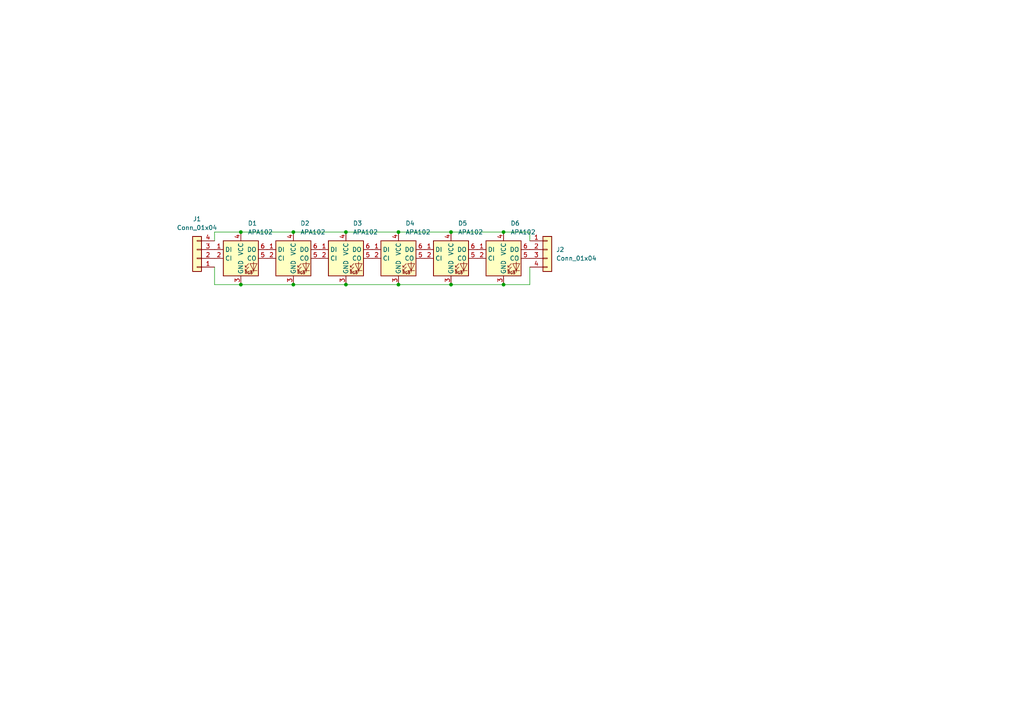
<source format=kicad_sch>
(kicad_sch (version 20211123) (generator eeschema)
  (paper "A4")
  (lib_symbols
    (symbol "Connector_Generic:Conn_01x04" (pin_names (offset 1.016) hide)
      (property "Reference" "J" (at 0 5.08 0))
      (property "Value" "Conn_01x04" (at 0 -7.62 0))
      (symbol "Conn_01x04_1_1"
        (rectangle (start -1.27 -4.953) (end 0 -5.207) (stroke (width 0.1524)))
        (rectangle (start -1.27 -2.413) (end 0 -2.667) (stroke (width 0.1524)))
        (rectangle (start -1.27 0.127) (end 0 -0.127) (stroke (width 0.1524)))
        (rectangle (start -1.27 2.667) (end 0 2.413) (stroke (width 0.1524)))
        (rectangle (start -1.27 3.81) (end 1.27 -6.35) (stroke (width 0.254)) (fill (type background)))
        (pin passive line (at -5.08 2.54 0) (length 3.81) (name "Pin_1") (number "1"))
        (pin passive line (at -5.08 0 0) (length 3.81) (name "Pin_2") (number "2"))
        (pin passive line (at -5.08 -2.54 0) (length 3.81) (name "Pin_3") (number "3"))
        (pin passive line (at -5.08 -5.08 0) (length 3.81) (name "Pin_4") (number "4"))
      )
    )
    (symbol "LED:APA102"
      (property "Reference" "D" (at 5.08 5.715 0))
      (property "Value" "APA102" (at 1.27 -5.715 0))
      (symbol "APA102_0_0"
        (text "RGB" (at 2.286 -4.191 0) (effects (font (size 0.762 0.762))))
      )
      (symbol "APA102_0_1"
        (polyline (pts (xy 1.27 -3.556) (xy 1.778 -3.556)))
        (polyline (pts (xy 1.27 -2.54) (xy 1.778 -2.54)))
        (polyline (pts (xy 4.699 -3.556) (xy 2.667 -3.556)))
        (polyline (pts (xy 2.286 -2.54) (xy 1.27 -3.556) (xy 1.27 -3.048)))
        (polyline (pts (xy 2.286 -1.524) (xy 1.27 -2.54) (xy 1.27 -2.032)))
        (polyline (pts (xy 3.683 -1.016) (xy 3.683 -3.556) (xy 3.683 -4.064)))
        (polyline (pts (xy 4.699 -1.524) (xy 2.667 -1.524) (xy 3.683 -3.556) (xy 4.699 -1.524)))
        (rectangle (start 5.08 5.08) (end -5.08 -5.08) (stroke (width 0.254)) (fill (type background)))
      )
      (symbol "APA102_1_1"
        (pin input line (at -7.62 2.54 0) (length 2.54) (name "DI") (number "1"))
        (pin input line (at -7.62 0 0) (length 2.54) (name "CI") (number "2"))
        (pin power_in line (at 0 -7.62 90) (length 2.54) (name "GND") (number "3"))
        (pin power_in line (at 0 7.62 270) (length 2.54) (name "VCC") (number "4"))
        (pin output line (at 7.62 0 180) (length 2.54) (name "CO") (number "5"))
        (pin output line (at 7.62 2.54 180) (length 2.54) (name "DO") (number "6"))
      )
    )
  )
  (junction (at 115.57 67.31))
  (junction (at 85.09 67.31))
  (junction (at 100.33 67.31))
  (junction (at 146.05 82.55))
  (junction (at 115.57 82.55))
  (junction (at 69.85 82.55))
  (junction (at 146.05 67.31))
  (junction (at 100.33 82.55))
  (junction (at 130.81 67.31))
  (junction (at 69.85 67.31))
  (junction (at 130.81 82.55))
  (junction (at 85.09 82.55))
  (wire (pts (xy 153.67 67.31) (xy 146.05 67.31)))
  (wire (pts (xy 85.09 67.31) (xy 100.33 67.31)))
  (wire (pts (xy 130.81 67.31) (xy 146.05 67.31)))
  (wire (pts (xy 146.05 82.55) (xy 153.67 82.55)))
  (wire (pts (xy 85.09 82.55) (xy 100.33 82.55)))
  (wire (pts (xy 69.85 82.55) (xy 85.09 82.55)))
  (wire (pts (xy 130.81 82.55) (xy 146.05 82.55)))
  (wire (pts (xy 62.23 67.31) (xy 69.85 67.31)))
  (wire (pts (xy 115.57 82.55) (xy 130.81 82.55)))
  (wire (pts (xy 153.67 69.85) (xy 153.67 67.31)))
  (wire (pts (xy 153.67 77.47) (xy 153.67 82.55)))
  (wire (pts (xy 100.33 67.31) (xy 115.57 67.31)))
  (wire (pts (xy 62.23 77.47) (xy 62.23 82.55)))
  (wire (pts (xy 62.23 82.55) (xy 69.85 82.55)))
  (wire (pts (xy 69.85 67.31) (xy 85.09 67.31)))
  (wire (pts (xy 62.23 69.85) (xy 62.23 67.31)))
  (wire (pts (xy 100.33 82.55) (xy 115.57 82.55)))
  (wire (pts (xy 115.57 67.31) (xy 130.81 67.31)))
  (symbol (lib_id "Connector_Generic:Conn_01x04") (at 57.15 74.93 180) (unit 1)
    (property "Reference" "J1" (at 57.15 63.5 0))
    (property "Value" "Conn_01x04" (at 57.15 66.04 0))
    (property "Footprint" "Connector_PinHeader_2.54mm:PinHeader_1x04_P2.54mm_Horizontal" (effects hide))
  )
  (symbol (lib_id "LED:APA102") (at 130.81 74.93 0) (unit 1)
    (property "Reference" "D5" (at 132.8294 64.77 0) (effects (justify left)))
    (property "Value" "APA102" (at 132.8294 67.31 0) (effects (justify left)))
    (property "Footprint" "LED_SMD:LED_RGB_5050-6" (effects hide))
    (property "Datasheet" "http://www.led-color.com/upload/201506/APA102%20LED.pdf" (effects hide))
  )
  (symbol (lib_id "LED:APA102") (at 69.85 74.93 0) (unit 1)
    (property "Reference" "D1" (at 71.8694 64.77 0) (effects (justify left)))
    (property "Value" "APA102" (at 71.8694 67.31 0) (effects (justify left)))
    (property "Footprint" "LED_SMD:LED_RGB_5050-6" (effects hide))
    (property "Datasheet" "http://www.led-color.com/upload/201506/APA102%20LED.pdf" (effects hide))
  )
  (symbol (lib_id "LED:APA102") (at 146.05 74.93 0) (unit 1)
    (property "Reference" "D6" (at 148.0694 64.77 0) (effects (justify left)))
    (property "Value" "APA102" (at 148.0694 67.31 0) (effects (justify left)))
    (property "Footprint" "LED_SMD:LED_RGB_5050-6" (effects hide))
    (property "Datasheet" "http://www.led-color.com/upload/201506/APA102%20LED.pdf" (effects hide))
  )
  (symbol (lib_id "Connector_Generic:Conn_01x04") (at 158.75 72.39 0) (unit 1)
    (property "Reference" "J2" (at 161.29 72.3899 0) (effects (justify left)))
    (property "Value" "Conn_01x04" (at 161.29 74.9299 0) (effects (justify left)))
    (property "Footprint" "Connector_PinHeader_2.54mm:PinHeader_1x04_P2.54mm_Horizontal" (effects hide))
  )
  (symbol (lib_id "LED:APA102") (at 100.33 74.93 0) (unit 1)
    (property "Reference" "D3" (at 102.3494 64.77 0) (effects (justify left)))
    (property "Value" "APA102" (at 102.3494 67.31 0) (effects (justify left)))
    (property "Footprint" "LED_SMD:LED_RGB_5050-6" (effects hide))
    (property "Datasheet" "http://www.led-color.com/upload/201506/APA102%20LED.pdf" (effects hide))
  )
  (symbol (lib_id "LED:APA102") (at 115.57 74.93 0) (unit 1)
    (property "Reference" "D4" (at 117.5894 64.77 0) (effects (justify left)))
    (property "Value" "APA102" (at 117.5894 67.31 0) (effects (justify left)))
    (property "Footprint" "LED_SMD:LED_RGB_5050-6" (effects hide))
    (property "Datasheet" "http://www.led-color.com/upload/201506/APA102%20LED.pdf" (effects hide))
  )
  (symbol (lib_id "LED:APA102") (at 85.09 74.93 0) (unit 1)
    (property "Reference" "D2" (at 87.1094 64.77 0) (effects (justify left)))
    (property "Value" "APA102" (at 87.1094 67.31 0) (effects (justify left)))
    (property "Footprint" "LED_SMD:LED_RGB_5050-6" (effects hide))
    (property "Datasheet" "http://www.led-color.com/upload/201506/APA102%20LED.pdf" (effects hide))
  )
)
</source>
